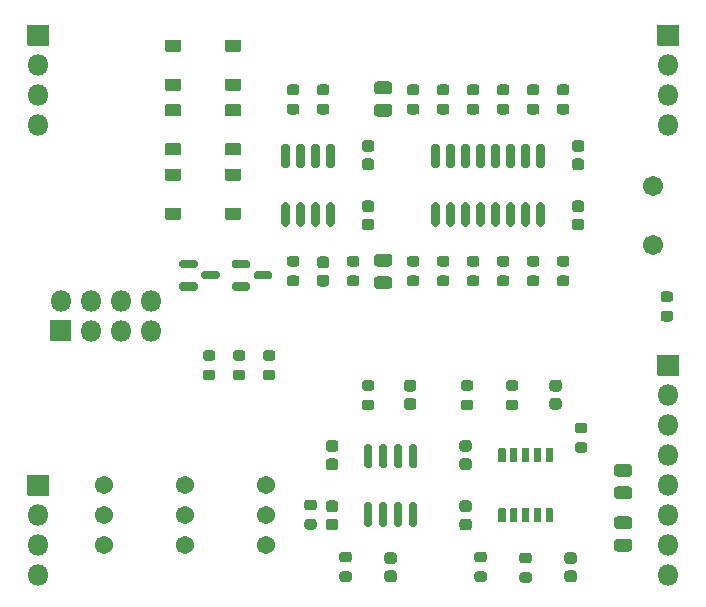
<source format=gts>
G04 #@! TF.GenerationSoftware,KiCad,Pcbnew,6.0.5+dfsg-1~bpo11+1*
G04 #@! TF.CreationDate,2022-08-08T19:40:30+00:00*
G04 #@! TF.ProjectId,late_MS20_VCF_plug_in_board,6c617465-5f4d-4533-9230-5f5643465f70,0.1*
G04 #@! TF.SameCoordinates,Original*
G04 #@! TF.FileFunction,Soldermask,Top*
G04 #@! TF.FilePolarity,Negative*
%FSLAX46Y46*%
G04 Gerber Fmt 4.6, Leading zero omitted, Abs format (unit mm)*
G04 Created by KiCad (PCBNEW 6.0.5+dfsg-1~bpo11+1) date 2022-08-08 19:40:30*
%MOMM*%
%LPD*%
G01*
G04 APERTURE LIST*
%ADD10C,1.542000*%
%ADD11C,1.702000*%
%ADD12O,1.802000X1.802000*%
G04 APERTURE END LIST*
G36*
G01*
X167490000Y-84764000D02*
X167790000Y-84764000D01*
G75*
G02*
X167991000Y-84965000I0J-201000D01*
G01*
X167991000Y-86615000D01*
G75*
G02*
X167790000Y-86816000I-201000J0D01*
G01*
X167490000Y-86816000D01*
G75*
G02*
X167289000Y-86615000I0J201000D01*
G01*
X167289000Y-84965000D01*
G75*
G02*
X167490000Y-84764000I201000J0D01*
G01*
G37*
G36*
G01*
X166220000Y-84764000D02*
X166520000Y-84764000D01*
G75*
G02*
X166721000Y-84965000I0J-201000D01*
G01*
X166721000Y-86615000D01*
G75*
G02*
X166520000Y-86816000I-201000J0D01*
G01*
X166220000Y-86816000D01*
G75*
G02*
X166019000Y-86615000I0J201000D01*
G01*
X166019000Y-84965000D01*
G75*
G02*
X166220000Y-84764000I201000J0D01*
G01*
G37*
G36*
G01*
X164950000Y-84764000D02*
X165250000Y-84764000D01*
G75*
G02*
X165451000Y-84965000I0J-201000D01*
G01*
X165451000Y-86615000D01*
G75*
G02*
X165250000Y-86816000I-201000J0D01*
G01*
X164950000Y-86816000D01*
G75*
G02*
X164749000Y-86615000I0J201000D01*
G01*
X164749000Y-84965000D01*
G75*
G02*
X164950000Y-84764000I201000J0D01*
G01*
G37*
G36*
G01*
X163680000Y-84764000D02*
X163980000Y-84764000D01*
G75*
G02*
X164181000Y-84965000I0J-201000D01*
G01*
X164181000Y-86615000D01*
G75*
G02*
X163980000Y-86816000I-201000J0D01*
G01*
X163680000Y-86816000D01*
G75*
G02*
X163479000Y-86615000I0J201000D01*
G01*
X163479000Y-84965000D01*
G75*
G02*
X163680000Y-84764000I201000J0D01*
G01*
G37*
G36*
G01*
X162410000Y-84764000D02*
X162710000Y-84764000D01*
G75*
G02*
X162911000Y-84965000I0J-201000D01*
G01*
X162911000Y-86615000D01*
G75*
G02*
X162710000Y-86816000I-201000J0D01*
G01*
X162410000Y-86816000D01*
G75*
G02*
X162209000Y-86615000I0J201000D01*
G01*
X162209000Y-84965000D01*
G75*
G02*
X162410000Y-84764000I201000J0D01*
G01*
G37*
G36*
G01*
X161140000Y-84764000D02*
X161440000Y-84764000D01*
G75*
G02*
X161641000Y-84965000I0J-201000D01*
G01*
X161641000Y-86615000D01*
G75*
G02*
X161440000Y-86816000I-201000J0D01*
G01*
X161140000Y-86816000D01*
G75*
G02*
X160939000Y-86615000I0J201000D01*
G01*
X160939000Y-84965000D01*
G75*
G02*
X161140000Y-84764000I201000J0D01*
G01*
G37*
G36*
G01*
X159870000Y-84764000D02*
X160170000Y-84764000D01*
G75*
G02*
X160371000Y-84965000I0J-201000D01*
G01*
X160371000Y-86615000D01*
G75*
G02*
X160170000Y-86816000I-201000J0D01*
G01*
X159870000Y-86816000D01*
G75*
G02*
X159669000Y-86615000I0J201000D01*
G01*
X159669000Y-84965000D01*
G75*
G02*
X159870000Y-84764000I201000J0D01*
G01*
G37*
G36*
G01*
X158600000Y-84764000D02*
X158900000Y-84764000D01*
G75*
G02*
X159101000Y-84965000I0J-201000D01*
G01*
X159101000Y-86615000D01*
G75*
G02*
X158900000Y-86816000I-201000J0D01*
G01*
X158600000Y-86816000D01*
G75*
G02*
X158399000Y-86615000I0J201000D01*
G01*
X158399000Y-84965000D01*
G75*
G02*
X158600000Y-84764000I201000J0D01*
G01*
G37*
G36*
G01*
X158600000Y-89714000D02*
X158900000Y-89714000D01*
G75*
G02*
X159101000Y-89915000I0J-201000D01*
G01*
X159101000Y-91565000D01*
G75*
G02*
X158900000Y-91766000I-201000J0D01*
G01*
X158600000Y-91766000D01*
G75*
G02*
X158399000Y-91565000I0J201000D01*
G01*
X158399000Y-89915000D01*
G75*
G02*
X158600000Y-89714000I201000J0D01*
G01*
G37*
G36*
G01*
X159870000Y-89714000D02*
X160170000Y-89714000D01*
G75*
G02*
X160371000Y-89915000I0J-201000D01*
G01*
X160371000Y-91565000D01*
G75*
G02*
X160170000Y-91766000I-201000J0D01*
G01*
X159870000Y-91766000D01*
G75*
G02*
X159669000Y-91565000I0J201000D01*
G01*
X159669000Y-89915000D01*
G75*
G02*
X159870000Y-89714000I201000J0D01*
G01*
G37*
G36*
G01*
X161140000Y-89714000D02*
X161440000Y-89714000D01*
G75*
G02*
X161641000Y-89915000I0J-201000D01*
G01*
X161641000Y-91565000D01*
G75*
G02*
X161440000Y-91766000I-201000J0D01*
G01*
X161140000Y-91766000D01*
G75*
G02*
X160939000Y-91565000I0J201000D01*
G01*
X160939000Y-89915000D01*
G75*
G02*
X161140000Y-89714000I201000J0D01*
G01*
G37*
G36*
G01*
X162410000Y-89714000D02*
X162710000Y-89714000D01*
G75*
G02*
X162911000Y-89915000I0J-201000D01*
G01*
X162911000Y-91565000D01*
G75*
G02*
X162710000Y-91766000I-201000J0D01*
G01*
X162410000Y-91766000D01*
G75*
G02*
X162209000Y-91565000I0J201000D01*
G01*
X162209000Y-89915000D01*
G75*
G02*
X162410000Y-89714000I201000J0D01*
G01*
G37*
G36*
G01*
X163680000Y-89714000D02*
X163980000Y-89714000D01*
G75*
G02*
X164181000Y-89915000I0J-201000D01*
G01*
X164181000Y-91565000D01*
G75*
G02*
X163980000Y-91766000I-201000J0D01*
G01*
X163680000Y-91766000D01*
G75*
G02*
X163479000Y-91565000I0J201000D01*
G01*
X163479000Y-89915000D01*
G75*
G02*
X163680000Y-89714000I201000J0D01*
G01*
G37*
G36*
G01*
X164950000Y-89714000D02*
X165250000Y-89714000D01*
G75*
G02*
X165451000Y-89915000I0J-201000D01*
G01*
X165451000Y-91565000D01*
G75*
G02*
X165250000Y-91766000I-201000J0D01*
G01*
X164950000Y-91766000D01*
G75*
G02*
X164749000Y-91565000I0J201000D01*
G01*
X164749000Y-89915000D01*
G75*
G02*
X164950000Y-89714000I201000J0D01*
G01*
G37*
G36*
G01*
X166220000Y-89714000D02*
X166520000Y-89714000D01*
G75*
G02*
X166721000Y-89915000I0J-201000D01*
G01*
X166721000Y-91565000D01*
G75*
G02*
X166520000Y-91766000I-201000J0D01*
G01*
X166220000Y-91766000D01*
G75*
G02*
X166019000Y-91565000I0J201000D01*
G01*
X166019000Y-89915000D01*
G75*
G02*
X166220000Y-89714000I201000J0D01*
G01*
G37*
G36*
G01*
X167490000Y-89714000D02*
X167790000Y-89714000D01*
G75*
G02*
X167991000Y-89915000I0J-201000D01*
G01*
X167991000Y-91565000D01*
G75*
G02*
X167790000Y-91766000I-201000J0D01*
G01*
X167490000Y-91766000D01*
G75*
G02*
X167289000Y-91565000I0J201000D01*
G01*
X167289000Y-89915000D01*
G75*
G02*
X167490000Y-89714000I201000J0D01*
G01*
G37*
G36*
G01*
X161040000Y-109836000D02*
X161540000Y-109836000D01*
G75*
G02*
X161816000Y-110112000I0J-276000D01*
G01*
X161816000Y-110562000D01*
G75*
G02*
X161540000Y-110838000I-276000J0D01*
G01*
X161040000Y-110838000D01*
G75*
G02*
X160764000Y-110562000I0J276000D01*
G01*
X160764000Y-110112000D01*
G75*
G02*
X161040000Y-109836000I276000J0D01*
G01*
G37*
G36*
G01*
X161040000Y-111386000D02*
X161540000Y-111386000D01*
G75*
G02*
X161816000Y-111662000I0J-276000D01*
G01*
X161816000Y-112112000D01*
G75*
G02*
X161540000Y-112388000I-276000J0D01*
G01*
X161040000Y-112388000D01*
G75*
G02*
X160764000Y-112112000I0J276000D01*
G01*
X160764000Y-111662000D01*
G75*
G02*
X161040000Y-111386000I276000J0D01*
G01*
G37*
G36*
G01*
X149475000Y-96841000D02*
X148975000Y-96841000D01*
G75*
G02*
X148699000Y-96565000I0J276000D01*
G01*
X148699000Y-96115000D01*
G75*
G02*
X148975000Y-95839000I276000J0D01*
G01*
X149475000Y-95839000D01*
G75*
G02*
X149751000Y-96115000I0J-276000D01*
G01*
X149751000Y-96565000D01*
G75*
G02*
X149475000Y-96841000I-276000J0D01*
G01*
G37*
G36*
G01*
X149475000Y-95291000D02*
X148975000Y-95291000D01*
G75*
G02*
X148699000Y-95015000I0J276000D01*
G01*
X148699000Y-94565000D01*
G75*
G02*
X148975000Y-94289000I276000J0D01*
G01*
X149475000Y-94289000D01*
G75*
G02*
X149751000Y-94565000I0J-276000D01*
G01*
X149751000Y-95015000D01*
G75*
G02*
X149475000Y-95291000I-276000J0D01*
G01*
G37*
G36*
G01*
X164740000Y-82278500D02*
X164190000Y-82278500D01*
G75*
G02*
X163939000Y-82027500I0J251000D01*
G01*
X163939000Y-81627500D01*
G75*
G02*
X164190000Y-81376500I251000J0D01*
G01*
X164740000Y-81376500D01*
G75*
G02*
X164991000Y-81627500I0J-251000D01*
G01*
X164991000Y-82027500D01*
G75*
G02*
X164740000Y-82278500I-251000J0D01*
G01*
G37*
G36*
G01*
X164740000Y-80628500D02*
X164190000Y-80628500D01*
G75*
G02*
X163939000Y-80377500I0J251000D01*
G01*
X163939000Y-79977500D01*
G75*
G02*
X164190000Y-79726500I251000J0D01*
G01*
X164740000Y-79726500D01*
G75*
G02*
X164991000Y-79977500I0J-251000D01*
G01*
X164991000Y-80377500D01*
G75*
G02*
X164740000Y-80628500I-251000J0D01*
G01*
G37*
G36*
G01*
X156695000Y-110164000D02*
X156995000Y-110164000D01*
G75*
G02*
X157196000Y-110365000I0J-201000D01*
G01*
X157196000Y-112015000D01*
G75*
G02*
X156995000Y-112216000I-201000J0D01*
G01*
X156695000Y-112216000D01*
G75*
G02*
X156494000Y-112015000I0J201000D01*
G01*
X156494000Y-110365000D01*
G75*
G02*
X156695000Y-110164000I201000J0D01*
G01*
G37*
G36*
G01*
X155425000Y-110164000D02*
X155725000Y-110164000D01*
G75*
G02*
X155926000Y-110365000I0J-201000D01*
G01*
X155926000Y-112015000D01*
G75*
G02*
X155725000Y-112216000I-201000J0D01*
G01*
X155425000Y-112216000D01*
G75*
G02*
X155224000Y-112015000I0J201000D01*
G01*
X155224000Y-110365000D01*
G75*
G02*
X155425000Y-110164000I201000J0D01*
G01*
G37*
G36*
G01*
X154155000Y-110164000D02*
X154455000Y-110164000D01*
G75*
G02*
X154656000Y-110365000I0J-201000D01*
G01*
X154656000Y-112015000D01*
G75*
G02*
X154455000Y-112216000I-201000J0D01*
G01*
X154155000Y-112216000D01*
G75*
G02*
X153954000Y-112015000I0J201000D01*
G01*
X153954000Y-110365000D01*
G75*
G02*
X154155000Y-110164000I201000J0D01*
G01*
G37*
G36*
G01*
X152885000Y-110164000D02*
X153185000Y-110164000D01*
G75*
G02*
X153386000Y-110365000I0J-201000D01*
G01*
X153386000Y-112015000D01*
G75*
G02*
X153185000Y-112216000I-201000J0D01*
G01*
X152885000Y-112216000D01*
G75*
G02*
X152684000Y-112015000I0J201000D01*
G01*
X152684000Y-110365000D01*
G75*
G02*
X152885000Y-110164000I201000J0D01*
G01*
G37*
G36*
G01*
X152885000Y-115114000D02*
X153185000Y-115114000D01*
G75*
G02*
X153386000Y-115315000I0J-201000D01*
G01*
X153386000Y-116965000D01*
G75*
G02*
X153185000Y-117166000I-201000J0D01*
G01*
X152885000Y-117166000D01*
G75*
G02*
X152684000Y-116965000I0J201000D01*
G01*
X152684000Y-115315000D01*
G75*
G02*
X152885000Y-115114000I201000J0D01*
G01*
G37*
G36*
G01*
X154155000Y-115114000D02*
X154455000Y-115114000D01*
G75*
G02*
X154656000Y-115315000I0J-201000D01*
G01*
X154656000Y-116965000D01*
G75*
G02*
X154455000Y-117166000I-201000J0D01*
G01*
X154155000Y-117166000D01*
G75*
G02*
X153954000Y-116965000I0J201000D01*
G01*
X153954000Y-115315000D01*
G75*
G02*
X154155000Y-115114000I201000J0D01*
G01*
G37*
G36*
G01*
X155425000Y-115114000D02*
X155725000Y-115114000D01*
G75*
G02*
X155926000Y-115315000I0J-201000D01*
G01*
X155926000Y-116965000D01*
G75*
G02*
X155725000Y-117166000I-201000J0D01*
G01*
X155425000Y-117166000D01*
G75*
G02*
X155224000Y-116965000I0J201000D01*
G01*
X155224000Y-115315000D01*
G75*
G02*
X155425000Y-115114000I201000J0D01*
G01*
G37*
G36*
G01*
X156695000Y-115114000D02*
X156995000Y-115114000D01*
G75*
G02*
X157196000Y-115315000I0J-201000D01*
G01*
X157196000Y-116965000D01*
G75*
G02*
X156995000Y-117166000I-201000J0D01*
G01*
X156695000Y-117166000D01*
G75*
G02*
X156494000Y-116965000I0J201000D01*
G01*
X156494000Y-115315000D01*
G75*
G02*
X156695000Y-115114000I201000J0D01*
G01*
G37*
G36*
G01*
X152785000Y-84436000D02*
X153285000Y-84436000D01*
G75*
G02*
X153561000Y-84712000I0J-276000D01*
G01*
X153561000Y-85162000D01*
G75*
G02*
X153285000Y-85438000I-276000J0D01*
G01*
X152785000Y-85438000D01*
G75*
G02*
X152509000Y-85162000I0J276000D01*
G01*
X152509000Y-84712000D01*
G75*
G02*
X152785000Y-84436000I276000J0D01*
G01*
G37*
G36*
G01*
X152785000Y-85986000D02*
X153285000Y-85986000D01*
G75*
G02*
X153561000Y-86262000I0J-276000D01*
G01*
X153561000Y-86712000D01*
G75*
G02*
X153285000Y-86988000I-276000J0D01*
G01*
X152785000Y-86988000D01*
G75*
G02*
X152509000Y-86712000I0J276000D01*
G01*
X152509000Y-86262000D01*
G75*
G02*
X152785000Y-85986000I276000J0D01*
G01*
G37*
D10*
X137541000Y-118745000D03*
X137541000Y-116205000D03*
X137541000Y-113665000D03*
G36*
G01*
X141481500Y-95085000D02*
X141481500Y-94785000D01*
G75*
G02*
X141682500Y-94584000I201000J0D01*
G01*
X142857500Y-94584000D01*
G75*
G02*
X143058500Y-94785000I0J-201000D01*
G01*
X143058500Y-95085000D01*
G75*
G02*
X142857500Y-95286000I-201000J0D01*
G01*
X141682500Y-95286000D01*
G75*
G02*
X141481500Y-95085000I0J201000D01*
G01*
G37*
G36*
G01*
X141481500Y-96985000D02*
X141481500Y-96685000D01*
G75*
G02*
X141682500Y-96484000I201000J0D01*
G01*
X142857500Y-96484000D01*
G75*
G02*
X143058500Y-96685000I0J-201000D01*
G01*
X143058500Y-96985000D01*
G75*
G02*
X142857500Y-97186000I-201000J0D01*
G01*
X141682500Y-97186000D01*
G75*
G02*
X141481500Y-96985000I0J201000D01*
G01*
G37*
G36*
G01*
X143356500Y-96035000D02*
X143356500Y-95735000D01*
G75*
G02*
X143557500Y-95534000I201000J0D01*
G01*
X144732500Y-95534000D01*
G75*
G02*
X144933500Y-95735000I0J-201000D01*
G01*
X144933500Y-96035000D01*
G75*
G02*
X144732500Y-96236000I-201000J0D01*
G01*
X143557500Y-96236000D01*
G75*
G02*
X143356500Y-96035000I0J201000D01*
G01*
G37*
G36*
G01*
X147883200Y-114878200D02*
X148433200Y-114878200D01*
G75*
G02*
X148684200Y-115129200I0J-251000D01*
G01*
X148684200Y-115529200D01*
G75*
G02*
X148433200Y-115780200I-251000J0D01*
G01*
X147883200Y-115780200D01*
G75*
G02*
X147632200Y-115529200I0J251000D01*
G01*
X147632200Y-115129200D01*
G75*
G02*
X147883200Y-114878200I251000J0D01*
G01*
G37*
G36*
G01*
X147883200Y-116528200D02*
X148433200Y-116528200D01*
G75*
G02*
X148684200Y-116779200I0J-251000D01*
G01*
X148684200Y-117179200D01*
G75*
G02*
X148433200Y-117430200I-251000J0D01*
G01*
X147883200Y-117430200D01*
G75*
G02*
X147632200Y-117179200I0J251000D01*
G01*
X147632200Y-116779200D01*
G75*
G02*
X147883200Y-116528200I251000J0D01*
G01*
G37*
G36*
G01*
X166730000Y-94251500D02*
X167280000Y-94251500D01*
G75*
G02*
X167531000Y-94502500I0J-251000D01*
G01*
X167531000Y-94902500D01*
G75*
G02*
X167280000Y-95153500I-251000J0D01*
G01*
X166730000Y-95153500D01*
G75*
G02*
X166479000Y-94902500I0J251000D01*
G01*
X166479000Y-94502500D01*
G75*
G02*
X166730000Y-94251500I251000J0D01*
G01*
G37*
G36*
G01*
X166730000Y-95901500D02*
X167280000Y-95901500D01*
G75*
G02*
X167531000Y-96152500I0J-251000D01*
G01*
X167531000Y-96552500D01*
G75*
G02*
X167280000Y-96803500I-251000J0D01*
G01*
X166730000Y-96803500D01*
G75*
G02*
X166479000Y-96552500I0J251000D01*
G01*
X166479000Y-96152500D01*
G75*
G02*
X166730000Y-95901500I251000J0D01*
G01*
G37*
G36*
G01*
X162835000Y-121846000D02*
X162285000Y-121846000D01*
G75*
G02*
X162034000Y-121595000I0J251000D01*
G01*
X162034000Y-121195000D01*
G75*
G02*
X162285000Y-120944000I251000J0D01*
G01*
X162835000Y-120944000D01*
G75*
G02*
X163086000Y-121195000I0J-251000D01*
G01*
X163086000Y-121595000D01*
G75*
G02*
X162835000Y-121846000I-251000J0D01*
G01*
G37*
G36*
G01*
X162835000Y-120196000D02*
X162285000Y-120196000D01*
G75*
G02*
X162034000Y-119945000I0J251000D01*
G01*
X162034000Y-119545000D01*
G75*
G02*
X162285000Y-119294000I251000J0D01*
G01*
X162835000Y-119294000D01*
G75*
G02*
X163086000Y-119545000I0J-251000D01*
G01*
X163086000Y-119945000D01*
G75*
G02*
X162835000Y-120196000I-251000J0D01*
G01*
G37*
G36*
G01*
X159660000Y-82278500D02*
X159110000Y-82278500D01*
G75*
G02*
X158859000Y-82027500I0J251000D01*
G01*
X158859000Y-81627500D01*
G75*
G02*
X159110000Y-81376500I251000J0D01*
G01*
X159660000Y-81376500D01*
G75*
G02*
X159911000Y-81627500I0J-251000D01*
G01*
X159911000Y-82027500D01*
G75*
G02*
X159660000Y-82278500I-251000J0D01*
G01*
G37*
G36*
G01*
X159660000Y-80628500D02*
X159110000Y-80628500D01*
G75*
G02*
X158859000Y-80377500I0J251000D01*
G01*
X158859000Y-79977500D01*
G75*
G02*
X159110000Y-79726500I251000J0D01*
G01*
X159660000Y-79726500D01*
G75*
G02*
X159911000Y-79977500I0J-251000D01*
G01*
X159911000Y-80377500D01*
G75*
G02*
X159660000Y-80628500I-251000J0D01*
G01*
G37*
G36*
G01*
X170565000Y-89542000D02*
X171065000Y-89542000D01*
G75*
G02*
X171341000Y-89818000I0J-276000D01*
G01*
X171341000Y-90268000D01*
G75*
G02*
X171065000Y-90544000I-276000J0D01*
G01*
X170565000Y-90544000D01*
G75*
G02*
X170289000Y-90268000I0J276000D01*
G01*
X170289000Y-89818000D01*
G75*
G02*
X170565000Y-89542000I276000J0D01*
G01*
G37*
G36*
G01*
X170565000Y-91092000D02*
X171065000Y-91092000D01*
G75*
G02*
X171341000Y-91368000I0J-276000D01*
G01*
X171341000Y-91818000D01*
G75*
G02*
X171065000Y-92094000I-276000J0D01*
G01*
X170565000Y-92094000D01*
G75*
G02*
X170289000Y-91818000I0J276000D01*
G01*
X170289000Y-91368000D01*
G75*
G02*
X170565000Y-91092000I276000J0D01*
G01*
G37*
G36*
G01*
X137125000Y-91176000D02*
X135925000Y-91176000D01*
G75*
G02*
X135874000Y-91125000I0J51000D01*
G01*
X135874000Y-90225000D01*
G75*
G02*
X135925000Y-90174000I51000J0D01*
G01*
X137125000Y-90174000D01*
G75*
G02*
X137176000Y-90225000I0J-51000D01*
G01*
X137176000Y-91125000D01*
G75*
G02*
X137125000Y-91176000I-51000J0D01*
G01*
G37*
G36*
G01*
X137125000Y-87876000D02*
X135925000Y-87876000D01*
G75*
G02*
X135874000Y-87825000I0J51000D01*
G01*
X135874000Y-86925000D01*
G75*
G02*
X135925000Y-86874000I51000J0D01*
G01*
X137125000Y-86874000D01*
G75*
G02*
X137176000Y-86925000I0J-51000D01*
G01*
X137176000Y-87825000D01*
G75*
G02*
X137125000Y-87876000I-51000J0D01*
G01*
G37*
G36*
G01*
X162200000Y-82278500D02*
X161650000Y-82278500D01*
G75*
G02*
X161399000Y-82027500I0J251000D01*
G01*
X161399000Y-81627500D01*
G75*
G02*
X161650000Y-81376500I251000J0D01*
G01*
X162200000Y-81376500D01*
G75*
G02*
X162451000Y-81627500I0J-251000D01*
G01*
X162451000Y-82027500D01*
G75*
G02*
X162200000Y-82278500I-251000J0D01*
G01*
G37*
G36*
G01*
X162200000Y-80628500D02*
X161650000Y-80628500D01*
G75*
G02*
X161399000Y-80377500I0J251000D01*
G01*
X161399000Y-79977500D01*
G75*
G02*
X161650000Y-79726500I251000J0D01*
G01*
X162200000Y-79726500D01*
G75*
G02*
X162451000Y-79977500I0J-251000D01*
G01*
X162451000Y-80377500D01*
G75*
G02*
X162200000Y-80628500I-251000J0D01*
G01*
G37*
G36*
G01*
X165502000Y-107321000D02*
X164952000Y-107321000D01*
G75*
G02*
X164701000Y-107070000I0J251000D01*
G01*
X164701000Y-106670000D01*
G75*
G02*
X164952000Y-106419000I251000J0D01*
G01*
X165502000Y-106419000D01*
G75*
G02*
X165753000Y-106670000I0J-251000D01*
G01*
X165753000Y-107070000D01*
G75*
G02*
X165502000Y-107321000I-251000J0D01*
G01*
G37*
G36*
G01*
X165502000Y-105671000D02*
X164952000Y-105671000D01*
G75*
G02*
X164701000Y-105420000I0J251000D01*
G01*
X164701000Y-105020000D01*
G75*
G02*
X164952000Y-104769000I251000J0D01*
G01*
X165502000Y-104769000D01*
G75*
G02*
X165753000Y-105020000I0J-251000D01*
G01*
X165753000Y-105420000D01*
G75*
G02*
X165502000Y-105671000I-251000J0D01*
G01*
G37*
G36*
G01*
X174150000Y-116289000D02*
X175100000Y-116289000D01*
G75*
G02*
X175401000Y-116590000I0J-301000D01*
G01*
X175401000Y-117090000D01*
G75*
G02*
X175100000Y-117391000I-301000J0D01*
G01*
X174150000Y-117391000D01*
G75*
G02*
X173849000Y-117090000I0J301000D01*
G01*
X173849000Y-116590000D01*
G75*
G02*
X174150000Y-116289000I301000J0D01*
G01*
G37*
G36*
G01*
X174150000Y-118189000D02*
X175100000Y-118189000D01*
G75*
G02*
X175401000Y-118490000I0J-301000D01*
G01*
X175401000Y-118990000D01*
G75*
G02*
X175100000Y-119291000I-301000J0D01*
G01*
X174150000Y-119291000D01*
G75*
G02*
X173849000Y-118990000I0J301000D01*
G01*
X173849000Y-118490000D01*
G75*
G02*
X174150000Y-118189000I301000J0D01*
G01*
G37*
G36*
G01*
X155190000Y-121883500D02*
X154690000Y-121883500D01*
G75*
G02*
X154414000Y-121607500I0J276000D01*
G01*
X154414000Y-121157500D01*
G75*
G02*
X154690000Y-120881500I276000J0D01*
G01*
X155190000Y-120881500D01*
G75*
G02*
X155466000Y-121157500I0J-276000D01*
G01*
X155466000Y-121607500D01*
G75*
G02*
X155190000Y-121883500I-276000J0D01*
G01*
G37*
G36*
G01*
X155190000Y-120333500D02*
X154690000Y-120333500D01*
G75*
G02*
X154414000Y-120057500I0J276000D01*
G01*
X154414000Y-119607500D01*
G75*
G02*
X154690000Y-119331500I276000J0D01*
G01*
X155190000Y-119331500D01*
G75*
G02*
X155466000Y-119607500I0J-276000D01*
G01*
X155466000Y-120057500D01*
G75*
G02*
X155190000Y-120333500I-276000J0D01*
G01*
G37*
G36*
G01*
X178608400Y-99802600D02*
X178058400Y-99802600D01*
G75*
G02*
X177807400Y-99551600I0J251000D01*
G01*
X177807400Y-99151600D01*
G75*
G02*
X178058400Y-98900600I251000J0D01*
G01*
X178608400Y-98900600D01*
G75*
G02*
X178859400Y-99151600I0J-251000D01*
G01*
X178859400Y-99551600D01*
G75*
G02*
X178608400Y-99802600I-251000J0D01*
G01*
G37*
G36*
G01*
X178608400Y-98152600D02*
X178058400Y-98152600D01*
G75*
G02*
X177807400Y-97901600I0J251000D01*
G01*
X177807400Y-97501600D01*
G75*
G02*
X178058400Y-97250600I251000J0D01*
G01*
X178608400Y-97250600D01*
G75*
G02*
X178859400Y-97501600I0J-251000D01*
G01*
X178859400Y-97901600D01*
G75*
G02*
X178608400Y-98152600I-251000J0D01*
G01*
G37*
G36*
G01*
X149737000Y-114942000D02*
X150237000Y-114942000D01*
G75*
G02*
X150513000Y-115218000I0J-276000D01*
G01*
X150513000Y-115668000D01*
G75*
G02*
X150237000Y-115944000I-276000J0D01*
G01*
X149737000Y-115944000D01*
G75*
G02*
X149461000Y-115668000I0J276000D01*
G01*
X149461000Y-115218000D01*
G75*
G02*
X149737000Y-114942000I276000J0D01*
G01*
G37*
G36*
G01*
X149737000Y-116492000D02*
X150237000Y-116492000D01*
G75*
G02*
X150513000Y-116768000I0J-276000D01*
G01*
X150513000Y-117218000D01*
G75*
G02*
X150237000Y-117494000I-276000J0D01*
G01*
X149737000Y-117494000D01*
G75*
G02*
X149461000Y-117218000I0J276000D01*
G01*
X149461000Y-116768000D01*
G75*
G02*
X149737000Y-116492000I276000J0D01*
G01*
G37*
G36*
G01*
X169930000Y-119331500D02*
X170430000Y-119331500D01*
G75*
G02*
X170706000Y-119607500I0J-276000D01*
G01*
X170706000Y-120057500D01*
G75*
G02*
X170430000Y-120333500I-276000J0D01*
G01*
X169930000Y-120333500D01*
G75*
G02*
X169654000Y-120057500I0J276000D01*
G01*
X169654000Y-119607500D01*
G75*
G02*
X169930000Y-119331500I276000J0D01*
G01*
G37*
G36*
G01*
X169930000Y-120881500D02*
X170430000Y-120881500D01*
G75*
G02*
X170706000Y-121157500I0J-276000D01*
G01*
X170706000Y-121607500D01*
G75*
G02*
X170430000Y-121883500I-276000J0D01*
G01*
X169930000Y-121883500D01*
G75*
G02*
X169654000Y-121607500I0J276000D01*
G01*
X169654000Y-121157500D01*
G75*
G02*
X169930000Y-120881500I276000J0D01*
G01*
G37*
G36*
G01*
X161040000Y-114942000D02*
X161540000Y-114942000D01*
G75*
G02*
X161816000Y-115218000I0J-276000D01*
G01*
X161816000Y-115668000D01*
G75*
G02*
X161540000Y-115944000I-276000J0D01*
G01*
X161040000Y-115944000D01*
G75*
G02*
X160764000Y-115668000I0J276000D01*
G01*
X160764000Y-115218000D01*
G75*
G02*
X161040000Y-114942000I276000J0D01*
G01*
G37*
G36*
G01*
X161040000Y-116492000D02*
X161540000Y-116492000D01*
G75*
G02*
X161816000Y-116768000I0J-276000D01*
G01*
X161816000Y-117218000D01*
G75*
G02*
X161540000Y-117494000I-276000J0D01*
G01*
X161040000Y-117494000D01*
G75*
G02*
X160764000Y-117218000I0J276000D01*
G01*
X160764000Y-116768000D01*
G75*
G02*
X161040000Y-116492000I276000J0D01*
G01*
G37*
X130683000Y-118745000D03*
X130683000Y-116205000D03*
X130683000Y-113665000D03*
G36*
G01*
X148950000Y-79726500D02*
X149500000Y-79726500D01*
G75*
G02*
X149751000Y-79977500I0J-251000D01*
G01*
X149751000Y-80377500D01*
G75*
G02*
X149500000Y-80628500I-251000J0D01*
G01*
X148950000Y-80628500D01*
G75*
G02*
X148699000Y-80377500I0J251000D01*
G01*
X148699000Y-79977500D01*
G75*
G02*
X148950000Y-79726500I251000J0D01*
G01*
G37*
G36*
G01*
X148950000Y-81376500D02*
X149500000Y-81376500D01*
G75*
G02*
X149751000Y-81627500I0J-251000D01*
G01*
X149751000Y-82027500D01*
G75*
G02*
X149500000Y-82278500I-251000J0D01*
G01*
X148950000Y-82278500D01*
G75*
G02*
X148699000Y-82027500I0J251000D01*
G01*
X148699000Y-81627500D01*
G75*
G02*
X148950000Y-81376500I251000J0D01*
G01*
G37*
G36*
G01*
X151490000Y-94251500D02*
X152040000Y-94251500D01*
G75*
G02*
X152291000Y-94502500I0J-251000D01*
G01*
X152291000Y-94902500D01*
G75*
G02*
X152040000Y-95153500I-251000J0D01*
G01*
X151490000Y-95153500D01*
G75*
G02*
X151239000Y-94902500I0J251000D01*
G01*
X151239000Y-94502500D01*
G75*
G02*
X151490000Y-94251500I251000J0D01*
G01*
G37*
G36*
G01*
X151490000Y-95901500D02*
X152040000Y-95901500D01*
G75*
G02*
X152291000Y-96152500I0J-251000D01*
G01*
X152291000Y-96552500D01*
G75*
G02*
X152040000Y-96803500I-251000J0D01*
G01*
X151490000Y-96803500D01*
G75*
G02*
X151239000Y-96552500I0J251000D01*
G01*
X151239000Y-96152500D01*
G75*
G02*
X151490000Y-95901500I251000J0D01*
G01*
G37*
G36*
G01*
X149737000Y-109849000D02*
X150237000Y-109849000D01*
G75*
G02*
X150513000Y-110125000I0J-276000D01*
G01*
X150513000Y-110575000D01*
G75*
G02*
X150237000Y-110851000I-276000J0D01*
G01*
X149737000Y-110851000D01*
G75*
G02*
X149461000Y-110575000I0J276000D01*
G01*
X149461000Y-110125000D01*
G75*
G02*
X149737000Y-109849000I276000J0D01*
G01*
G37*
G36*
G01*
X149737000Y-111399000D02*
X150237000Y-111399000D01*
G75*
G02*
X150513000Y-111675000I0J-276000D01*
G01*
X150513000Y-112125000D01*
G75*
G02*
X150237000Y-112401000I-276000J0D01*
G01*
X149737000Y-112401000D01*
G75*
G02*
X149461000Y-112125000I0J276000D01*
G01*
X149461000Y-111675000D01*
G75*
G02*
X149737000Y-111399000I276000J0D01*
G01*
G37*
G36*
G01*
X154780000Y-82466000D02*
X153830000Y-82466000D01*
G75*
G02*
X153529000Y-82165000I0J301000D01*
G01*
X153529000Y-81665000D01*
G75*
G02*
X153830000Y-81364000I301000J0D01*
G01*
X154780000Y-81364000D01*
G75*
G02*
X155081000Y-81665000I0J-301000D01*
G01*
X155081000Y-82165000D01*
G75*
G02*
X154780000Y-82466000I-301000J0D01*
G01*
G37*
G36*
G01*
X154780000Y-80566000D02*
X153830000Y-80566000D01*
G75*
G02*
X153529000Y-80265000I0J301000D01*
G01*
X153529000Y-79765000D01*
G75*
G02*
X153830000Y-79464000I301000J0D01*
G01*
X154780000Y-79464000D01*
G75*
G02*
X155081000Y-79765000I0J-301000D01*
G01*
X155081000Y-80265000D01*
G75*
G02*
X154780000Y-80566000I-301000J0D01*
G01*
G37*
D11*
X177165000Y-88345000D03*
X177165000Y-93345000D03*
G36*
G01*
X146960000Y-82278500D02*
X146410000Y-82278500D01*
G75*
G02*
X146159000Y-82027500I0J251000D01*
G01*
X146159000Y-81627500D01*
G75*
G02*
X146410000Y-81376500I251000J0D01*
G01*
X146960000Y-81376500D01*
G75*
G02*
X147211000Y-81627500I0J-251000D01*
G01*
X147211000Y-82027500D01*
G75*
G02*
X146960000Y-82278500I-251000J0D01*
G01*
G37*
G36*
G01*
X146960000Y-80628500D02*
X146410000Y-80628500D01*
G75*
G02*
X146159000Y-80377500I0J251000D01*
G01*
X146159000Y-79977500D01*
G75*
G02*
X146410000Y-79726500I251000J0D01*
G01*
X146960000Y-79726500D01*
G75*
G02*
X147211000Y-79977500I0J-251000D01*
G01*
X147211000Y-80377500D01*
G75*
G02*
X146960000Y-80628500I-251000J0D01*
G01*
G37*
G36*
G01*
X149710000Y-84764000D02*
X150010000Y-84764000D01*
G75*
G02*
X150211000Y-84965000I0J-201000D01*
G01*
X150211000Y-86615000D01*
G75*
G02*
X150010000Y-86816000I-201000J0D01*
G01*
X149710000Y-86816000D01*
G75*
G02*
X149509000Y-86615000I0J201000D01*
G01*
X149509000Y-84965000D01*
G75*
G02*
X149710000Y-84764000I201000J0D01*
G01*
G37*
G36*
G01*
X148440000Y-84764000D02*
X148740000Y-84764000D01*
G75*
G02*
X148941000Y-84965000I0J-201000D01*
G01*
X148941000Y-86615000D01*
G75*
G02*
X148740000Y-86816000I-201000J0D01*
G01*
X148440000Y-86816000D01*
G75*
G02*
X148239000Y-86615000I0J201000D01*
G01*
X148239000Y-84965000D01*
G75*
G02*
X148440000Y-84764000I201000J0D01*
G01*
G37*
G36*
G01*
X147170000Y-84764000D02*
X147470000Y-84764000D01*
G75*
G02*
X147671000Y-84965000I0J-201000D01*
G01*
X147671000Y-86615000D01*
G75*
G02*
X147470000Y-86816000I-201000J0D01*
G01*
X147170000Y-86816000D01*
G75*
G02*
X146969000Y-86615000I0J201000D01*
G01*
X146969000Y-84965000D01*
G75*
G02*
X147170000Y-84764000I201000J0D01*
G01*
G37*
G36*
G01*
X145900000Y-84764000D02*
X146200000Y-84764000D01*
G75*
G02*
X146401000Y-84965000I0J-201000D01*
G01*
X146401000Y-86615000D01*
G75*
G02*
X146200000Y-86816000I-201000J0D01*
G01*
X145900000Y-86816000D01*
G75*
G02*
X145699000Y-86615000I0J201000D01*
G01*
X145699000Y-84965000D01*
G75*
G02*
X145900000Y-84764000I201000J0D01*
G01*
G37*
G36*
G01*
X145900000Y-89714000D02*
X146200000Y-89714000D01*
G75*
G02*
X146401000Y-89915000I0J-201000D01*
G01*
X146401000Y-91565000D01*
G75*
G02*
X146200000Y-91766000I-201000J0D01*
G01*
X145900000Y-91766000D01*
G75*
G02*
X145699000Y-91565000I0J201000D01*
G01*
X145699000Y-89915000D01*
G75*
G02*
X145900000Y-89714000I201000J0D01*
G01*
G37*
G36*
G01*
X147170000Y-89714000D02*
X147470000Y-89714000D01*
G75*
G02*
X147671000Y-89915000I0J-201000D01*
G01*
X147671000Y-91565000D01*
G75*
G02*
X147470000Y-91766000I-201000J0D01*
G01*
X147170000Y-91766000D01*
G75*
G02*
X146969000Y-91565000I0J201000D01*
G01*
X146969000Y-89915000D01*
G75*
G02*
X147170000Y-89714000I201000J0D01*
G01*
G37*
G36*
G01*
X148440000Y-89714000D02*
X148740000Y-89714000D01*
G75*
G02*
X148941000Y-89915000I0J-201000D01*
G01*
X148941000Y-91565000D01*
G75*
G02*
X148740000Y-91766000I-201000J0D01*
G01*
X148440000Y-91766000D01*
G75*
G02*
X148239000Y-91565000I0J201000D01*
G01*
X148239000Y-89915000D01*
G75*
G02*
X148440000Y-89714000I201000J0D01*
G01*
G37*
G36*
G01*
X149710000Y-89714000D02*
X150010000Y-89714000D01*
G75*
G02*
X150211000Y-89915000I0J-201000D01*
G01*
X150211000Y-91565000D01*
G75*
G02*
X150010000Y-91766000I-201000J0D01*
G01*
X149710000Y-91766000D01*
G75*
G02*
X149509000Y-91565000I0J201000D01*
G01*
X149509000Y-89915000D01*
G75*
G02*
X149710000Y-89714000I201000J0D01*
G01*
G37*
G36*
G01*
X139298000Y-102229000D02*
X139848000Y-102229000D01*
G75*
G02*
X140099000Y-102480000I0J-251000D01*
G01*
X140099000Y-102880000D01*
G75*
G02*
X139848000Y-103131000I-251000J0D01*
G01*
X139298000Y-103131000D01*
G75*
G02*
X139047000Y-102880000I0J251000D01*
G01*
X139047000Y-102480000D01*
G75*
G02*
X139298000Y-102229000I251000J0D01*
G01*
G37*
G36*
G01*
X139298000Y-103879000D02*
X139848000Y-103879000D01*
G75*
G02*
X140099000Y-104130000I0J-251000D01*
G01*
X140099000Y-104530000D01*
G75*
G02*
X139848000Y-104781000I-251000J0D01*
G01*
X139298000Y-104781000D01*
G75*
G02*
X139047000Y-104530000I0J251000D01*
G01*
X139047000Y-104130000D01*
G75*
G02*
X139298000Y-103879000I251000J0D01*
G01*
G37*
G36*
G01*
X174150000Y-111849000D02*
X175100000Y-111849000D01*
G75*
G02*
X175401000Y-112150000I0J-301000D01*
G01*
X175401000Y-112650000D01*
G75*
G02*
X175100000Y-112951000I-301000J0D01*
G01*
X174150000Y-112951000D01*
G75*
G02*
X173849000Y-112650000I0J301000D01*
G01*
X173849000Y-112150000D01*
G75*
G02*
X174150000Y-111849000I301000J0D01*
G01*
G37*
G36*
G01*
X174150000Y-113749000D02*
X175100000Y-113749000D01*
G75*
G02*
X175401000Y-114050000I0J-301000D01*
G01*
X175401000Y-114550000D01*
G75*
G02*
X175100000Y-114851000I-301000J0D01*
G01*
X174150000Y-114851000D01*
G75*
G02*
X173849000Y-114550000I0J301000D01*
G01*
X173849000Y-114050000D01*
G75*
G02*
X174150000Y-113749000I301000J0D01*
G01*
G37*
G36*
G01*
X127850000Y-101485000D02*
X126150000Y-101485000D01*
G75*
G02*
X126099000Y-101434000I0J51000D01*
G01*
X126099000Y-99734000D01*
G75*
G02*
X126150000Y-99683000I51000J0D01*
G01*
X127850000Y-99683000D01*
G75*
G02*
X127901000Y-99734000I0J-51000D01*
G01*
X127901000Y-101434000D01*
G75*
G02*
X127850000Y-101485000I-51000J0D01*
G01*
G37*
D12*
X127000000Y-98044000D03*
X129540000Y-100584000D03*
X129540000Y-98044000D03*
X132080000Y-100584000D03*
X132080000Y-98044000D03*
X134620000Y-100584000D03*
X134620000Y-98044000D03*
G36*
G01*
X137036500Y-95085000D02*
X137036500Y-94785000D01*
G75*
G02*
X137237500Y-94584000I201000J0D01*
G01*
X138412500Y-94584000D01*
G75*
G02*
X138613500Y-94785000I0J-201000D01*
G01*
X138613500Y-95085000D01*
G75*
G02*
X138412500Y-95286000I-201000J0D01*
G01*
X137237500Y-95286000D01*
G75*
G02*
X137036500Y-95085000I0J201000D01*
G01*
G37*
G36*
G01*
X137036500Y-96985000D02*
X137036500Y-96685000D01*
G75*
G02*
X137237500Y-96484000I201000J0D01*
G01*
X138412500Y-96484000D01*
G75*
G02*
X138613500Y-96685000I0J-201000D01*
G01*
X138613500Y-96985000D01*
G75*
G02*
X138412500Y-97186000I-201000J0D01*
G01*
X137237500Y-97186000D01*
G75*
G02*
X137036500Y-96985000I0J201000D01*
G01*
G37*
G36*
G01*
X138911500Y-96035000D02*
X138911500Y-95735000D01*
G75*
G02*
X139112500Y-95534000I201000J0D01*
G01*
X140287500Y-95534000D01*
G75*
G02*
X140488500Y-95735000I0J-201000D01*
G01*
X140488500Y-96035000D01*
G75*
G02*
X140287500Y-96236000I-201000J0D01*
G01*
X139112500Y-96236000D01*
G75*
G02*
X138911500Y-96035000I0J201000D01*
G01*
G37*
G36*
G01*
X150855000Y-119294000D02*
X151405000Y-119294000D01*
G75*
G02*
X151656000Y-119545000I0J-251000D01*
G01*
X151656000Y-119945000D01*
G75*
G02*
X151405000Y-120196000I-251000J0D01*
G01*
X150855000Y-120196000D01*
G75*
G02*
X150604000Y-119945000I0J251000D01*
G01*
X150604000Y-119545000D01*
G75*
G02*
X150855000Y-119294000I251000J0D01*
G01*
G37*
G36*
G01*
X150855000Y-120944000D02*
X151405000Y-120944000D01*
G75*
G02*
X151656000Y-121195000I0J-251000D01*
G01*
X151656000Y-121595000D01*
G75*
G02*
X151405000Y-121846000I-251000J0D01*
G01*
X150855000Y-121846000D01*
G75*
G02*
X150604000Y-121595000I0J251000D01*
G01*
X150604000Y-121195000D01*
G75*
G02*
X150855000Y-120944000I251000J0D01*
G01*
G37*
G36*
G01*
X153830000Y-94064000D02*
X154780000Y-94064000D01*
G75*
G02*
X155081000Y-94365000I0J-301000D01*
G01*
X155081000Y-94865000D01*
G75*
G02*
X154780000Y-95166000I-301000J0D01*
G01*
X153830000Y-95166000D01*
G75*
G02*
X153529000Y-94865000I0J301000D01*
G01*
X153529000Y-94365000D01*
G75*
G02*
X153830000Y-94064000I301000J0D01*
G01*
G37*
G36*
G01*
X153830000Y-95964000D02*
X154780000Y-95964000D01*
G75*
G02*
X155081000Y-96265000I0J-301000D01*
G01*
X155081000Y-96765000D01*
G75*
G02*
X154780000Y-97066000I-301000J0D01*
G01*
X153830000Y-97066000D01*
G75*
G02*
X153529000Y-96765000I0J301000D01*
G01*
X153529000Y-96265000D01*
G75*
G02*
X153830000Y-95964000I301000J0D01*
G01*
G37*
D10*
X144399000Y-118745000D03*
X144399000Y-116205000D03*
X144399000Y-113665000D03*
G36*
G01*
X137125000Y-80256000D02*
X135925000Y-80256000D01*
G75*
G02*
X135874000Y-80205000I0J51000D01*
G01*
X135874000Y-79305000D01*
G75*
G02*
X135925000Y-79254000I51000J0D01*
G01*
X137125000Y-79254000D01*
G75*
G02*
X137176000Y-79305000I0J-51000D01*
G01*
X137176000Y-80205000D01*
G75*
G02*
X137125000Y-80256000I-51000J0D01*
G01*
G37*
G36*
G01*
X137125000Y-76956000D02*
X135925000Y-76956000D01*
G75*
G02*
X135874000Y-76905000I0J51000D01*
G01*
X135874000Y-76005000D01*
G75*
G02*
X135925000Y-75954000I51000J0D01*
G01*
X137125000Y-75954000D01*
G75*
G02*
X137176000Y-76005000I0J-51000D01*
G01*
X137176000Y-76905000D01*
G75*
G02*
X137125000Y-76956000I-51000J0D01*
G01*
G37*
G36*
G01*
X169820000Y-96803500D02*
X169270000Y-96803500D01*
G75*
G02*
X169019000Y-96552500I0J251000D01*
G01*
X169019000Y-96152500D01*
G75*
G02*
X169270000Y-95901500I251000J0D01*
G01*
X169820000Y-95901500D01*
G75*
G02*
X170071000Y-96152500I0J-251000D01*
G01*
X170071000Y-96552500D01*
G75*
G02*
X169820000Y-96803500I-251000J0D01*
G01*
G37*
G36*
G01*
X169820000Y-95153500D02*
X169270000Y-95153500D01*
G75*
G02*
X169019000Y-94902500I0J251000D01*
G01*
X169019000Y-94502500D01*
G75*
G02*
X169270000Y-94251500I251000J0D01*
G01*
X169820000Y-94251500D01*
G75*
G02*
X170071000Y-94502500I0J-251000D01*
G01*
X170071000Y-94902500D01*
G75*
G02*
X169820000Y-95153500I-251000J0D01*
G01*
G37*
G36*
G01*
X161650000Y-94251500D02*
X162200000Y-94251500D01*
G75*
G02*
X162451000Y-94502500I0J-251000D01*
G01*
X162451000Y-94902500D01*
G75*
G02*
X162200000Y-95153500I-251000J0D01*
G01*
X161650000Y-95153500D01*
G75*
G02*
X161399000Y-94902500I0J251000D01*
G01*
X161399000Y-94502500D01*
G75*
G02*
X161650000Y-94251500I251000J0D01*
G01*
G37*
G36*
G01*
X161650000Y-95901500D02*
X162200000Y-95901500D01*
G75*
G02*
X162451000Y-96152500I0J-251000D01*
G01*
X162451000Y-96552500D01*
G75*
G02*
X162200000Y-96803500I-251000J0D01*
G01*
X161650000Y-96803500D01*
G75*
G02*
X161399000Y-96552500I0J251000D01*
G01*
X161399000Y-96152500D01*
G75*
G02*
X161650000Y-95901500I251000J0D01*
G01*
G37*
G36*
G01*
X141005000Y-75954000D02*
X142205000Y-75954000D01*
G75*
G02*
X142256000Y-76005000I0J-51000D01*
G01*
X142256000Y-76905000D01*
G75*
G02*
X142205000Y-76956000I-51000J0D01*
G01*
X141005000Y-76956000D01*
G75*
G02*
X140954000Y-76905000I0J51000D01*
G01*
X140954000Y-76005000D01*
G75*
G02*
X141005000Y-75954000I51000J0D01*
G01*
G37*
G36*
G01*
X141005000Y-79254000D02*
X142205000Y-79254000D01*
G75*
G02*
X142256000Y-79305000I0J-51000D01*
G01*
X142256000Y-80205000D01*
G75*
G02*
X142205000Y-80256000I-51000J0D01*
G01*
X141005000Y-80256000D01*
G75*
G02*
X140954000Y-80205000I0J51000D01*
G01*
X140954000Y-79305000D01*
G75*
G02*
X141005000Y-79254000I51000J0D01*
G01*
G37*
G36*
G01*
X141838000Y-102229000D02*
X142388000Y-102229000D01*
G75*
G02*
X142639000Y-102480000I0J-251000D01*
G01*
X142639000Y-102880000D01*
G75*
G02*
X142388000Y-103131000I-251000J0D01*
G01*
X141838000Y-103131000D01*
G75*
G02*
X141587000Y-102880000I0J251000D01*
G01*
X141587000Y-102480000D01*
G75*
G02*
X141838000Y-102229000I251000J0D01*
G01*
G37*
G36*
G01*
X141838000Y-103879000D02*
X142388000Y-103879000D01*
G75*
G02*
X142639000Y-104130000I0J-251000D01*
G01*
X142639000Y-104530000D01*
G75*
G02*
X142388000Y-104781000I-251000J0D01*
G01*
X141838000Y-104781000D01*
G75*
G02*
X141587000Y-104530000I0J251000D01*
G01*
X141587000Y-104130000D01*
G75*
G02*
X141838000Y-103879000I251000J0D01*
G01*
G37*
G36*
G01*
X164190000Y-94251500D02*
X164740000Y-94251500D01*
G75*
G02*
X164991000Y-94502500I0J-251000D01*
G01*
X164991000Y-94902500D01*
G75*
G02*
X164740000Y-95153500I-251000J0D01*
G01*
X164190000Y-95153500D01*
G75*
G02*
X163939000Y-94902500I0J251000D01*
G01*
X163939000Y-94502500D01*
G75*
G02*
X164190000Y-94251500I251000J0D01*
G01*
G37*
G36*
G01*
X164190000Y-95901500D02*
X164740000Y-95901500D01*
G75*
G02*
X164991000Y-96152500I0J-251000D01*
G01*
X164991000Y-96552500D01*
G75*
G02*
X164740000Y-96803500I-251000J0D01*
G01*
X164190000Y-96803500D01*
G75*
G02*
X163939000Y-96552500I0J251000D01*
G01*
X163939000Y-96152500D01*
G75*
G02*
X164190000Y-95901500I251000J0D01*
G01*
G37*
G36*
G01*
X152760000Y-104769000D02*
X153310000Y-104769000D01*
G75*
G02*
X153561000Y-105020000I0J-251000D01*
G01*
X153561000Y-105420000D01*
G75*
G02*
X153310000Y-105671000I-251000J0D01*
G01*
X152760000Y-105671000D01*
G75*
G02*
X152509000Y-105420000I0J251000D01*
G01*
X152509000Y-105020000D01*
G75*
G02*
X152760000Y-104769000I251000J0D01*
G01*
G37*
G36*
G01*
X152760000Y-106419000D02*
X153310000Y-106419000D01*
G75*
G02*
X153561000Y-106670000I0J-251000D01*
G01*
X153561000Y-107070000D01*
G75*
G02*
X153310000Y-107321000I-251000J0D01*
G01*
X152760000Y-107321000D01*
G75*
G02*
X152509000Y-107070000I0J251000D01*
G01*
X152509000Y-106670000D01*
G75*
G02*
X152760000Y-106419000I251000J0D01*
G01*
G37*
G36*
G01*
X159110000Y-94251500D02*
X159660000Y-94251500D01*
G75*
G02*
X159911000Y-94502500I0J-251000D01*
G01*
X159911000Y-94902500D01*
G75*
G02*
X159660000Y-95153500I-251000J0D01*
G01*
X159110000Y-95153500D01*
G75*
G02*
X158859000Y-94902500I0J251000D01*
G01*
X158859000Y-94502500D01*
G75*
G02*
X159110000Y-94251500I251000J0D01*
G01*
G37*
G36*
G01*
X159110000Y-95901500D02*
X159660000Y-95901500D01*
G75*
G02*
X159911000Y-96152500I0J-251000D01*
G01*
X159911000Y-96552500D01*
G75*
G02*
X159660000Y-96803500I-251000J0D01*
G01*
X159110000Y-96803500D01*
G75*
G02*
X158859000Y-96552500I0J251000D01*
G01*
X158859000Y-96152500D01*
G75*
G02*
X159110000Y-95901500I251000J0D01*
G01*
G37*
G36*
G01*
X169270000Y-79726500D02*
X169820000Y-79726500D01*
G75*
G02*
X170071000Y-79977500I0J-251000D01*
G01*
X170071000Y-80377500D01*
G75*
G02*
X169820000Y-80628500I-251000J0D01*
G01*
X169270000Y-80628500D01*
G75*
G02*
X169019000Y-80377500I0J251000D01*
G01*
X169019000Y-79977500D01*
G75*
G02*
X169270000Y-79726500I251000J0D01*
G01*
G37*
G36*
G01*
X169270000Y-81376500D02*
X169820000Y-81376500D01*
G75*
G02*
X170071000Y-81627500I0J-251000D01*
G01*
X170071000Y-82027500D01*
G75*
G02*
X169820000Y-82278500I-251000J0D01*
G01*
X169270000Y-82278500D01*
G75*
G02*
X169019000Y-82027500I0J251000D01*
G01*
X169019000Y-81627500D01*
G75*
G02*
X169270000Y-81376500I251000J0D01*
G01*
G37*
G36*
G01*
X167280000Y-82278500D02*
X166730000Y-82278500D01*
G75*
G02*
X166479000Y-82027500I0J251000D01*
G01*
X166479000Y-81627500D01*
G75*
G02*
X166730000Y-81376500I251000J0D01*
G01*
X167280000Y-81376500D01*
G75*
G02*
X167531000Y-81627500I0J-251000D01*
G01*
X167531000Y-82027500D01*
G75*
G02*
X167280000Y-82278500I-251000J0D01*
G01*
G37*
G36*
G01*
X167280000Y-80628500D02*
X166730000Y-80628500D01*
G75*
G02*
X166479000Y-80377500I0J251000D01*
G01*
X166479000Y-79977500D01*
G75*
G02*
X166730000Y-79726500I251000J0D01*
G01*
X167280000Y-79726500D01*
G75*
G02*
X167531000Y-79977500I0J-251000D01*
G01*
X167531000Y-80377500D01*
G75*
G02*
X167280000Y-80628500I-251000J0D01*
G01*
G37*
G36*
G01*
X161692000Y-107321000D02*
X161142000Y-107321000D01*
G75*
G02*
X160891000Y-107070000I0J251000D01*
G01*
X160891000Y-106670000D01*
G75*
G02*
X161142000Y-106419000I251000J0D01*
G01*
X161692000Y-106419000D01*
G75*
G02*
X161943000Y-106670000I0J-251000D01*
G01*
X161943000Y-107070000D01*
G75*
G02*
X161692000Y-107321000I-251000J0D01*
G01*
G37*
G36*
G01*
X161692000Y-105671000D02*
X161142000Y-105671000D01*
G75*
G02*
X160891000Y-105420000I0J251000D01*
G01*
X160891000Y-105020000D01*
G75*
G02*
X161142000Y-104769000I251000J0D01*
G01*
X161692000Y-104769000D01*
G75*
G02*
X161943000Y-105020000I0J-251000D01*
G01*
X161943000Y-105420000D01*
G75*
G02*
X161692000Y-105671000I-251000J0D01*
G01*
G37*
G36*
G01*
X169160000Y-107278500D02*
X168660000Y-107278500D01*
G75*
G02*
X168384000Y-107002500I0J276000D01*
G01*
X168384000Y-106552500D01*
G75*
G02*
X168660000Y-106276500I276000J0D01*
G01*
X169160000Y-106276500D01*
G75*
G02*
X169436000Y-106552500I0J-276000D01*
G01*
X169436000Y-107002500D01*
G75*
G02*
X169160000Y-107278500I-276000J0D01*
G01*
G37*
G36*
G01*
X169160000Y-105728500D02*
X168660000Y-105728500D01*
G75*
G02*
X168384000Y-105452500I0J276000D01*
G01*
X168384000Y-105002500D01*
G75*
G02*
X168660000Y-104726500I276000J0D01*
G01*
X169160000Y-104726500D01*
G75*
G02*
X169436000Y-105002500I0J-276000D01*
G01*
X169436000Y-105452500D01*
G75*
G02*
X169160000Y-105728500I-276000J0D01*
G01*
G37*
G36*
G01*
X144928000Y-104781000D02*
X144378000Y-104781000D01*
G75*
G02*
X144127000Y-104530000I0J251000D01*
G01*
X144127000Y-104130000D01*
G75*
G02*
X144378000Y-103879000I251000J0D01*
G01*
X144928000Y-103879000D01*
G75*
G02*
X145179000Y-104130000I0J-251000D01*
G01*
X145179000Y-104530000D01*
G75*
G02*
X144928000Y-104781000I-251000J0D01*
G01*
G37*
G36*
G01*
X144928000Y-103131000D02*
X144378000Y-103131000D01*
G75*
G02*
X144127000Y-102880000I0J251000D01*
G01*
X144127000Y-102480000D01*
G75*
G02*
X144378000Y-102229000I251000J0D01*
G01*
X144928000Y-102229000D01*
G75*
G02*
X145179000Y-102480000I0J-251000D01*
G01*
X145179000Y-102880000D01*
G75*
G02*
X144928000Y-103131000I-251000J0D01*
G01*
G37*
G36*
G01*
X141005000Y-86874000D02*
X142205000Y-86874000D01*
G75*
G02*
X142256000Y-86925000I0J-51000D01*
G01*
X142256000Y-87825000D01*
G75*
G02*
X142205000Y-87876000I-51000J0D01*
G01*
X141005000Y-87876000D01*
G75*
G02*
X140954000Y-87825000I0J51000D01*
G01*
X140954000Y-86925000D01*
G75*
G02*
X141005000Y-86874000I51000J0D01*
G01*
G37*
G36*
G01*
X141005000Y-90174000D02*
X142205000Y-90174000D01*
G75*
G02*
X142256000Y-90225000I0J-51000D01*
G01*
X142256000Y-91125000D01*
G75*
G02*
X142205000Y-91176000I-51000J0D01*
G01*
X141005000Y-91176000D01*
G75*
G02*
X140954000Y-91125000I0J51000D01*
G01*
X140954000Y-90225000D01*
G75*
G02*
X141005000Y-90174000I51000J0D01*
G01*
G37*
G36*
G01*
X141005000Y-81414000D02*
X142205000Y-81414000D01*
G75*
G02*
X142256000Y-81465000I0J-51000D01*
G01*
X142256000Y-82365000D01*
G75*
G02*
X142205000Y-82416000I-51000J0D01*
G01*
X141005000Y-82416000D01*
G75*
G02*
X140954000Y-82365000I0J51000D01*
G01*
X140954000Y-81465000D01*
G75*
G02*
X141005000Y-81414000I51000J0D01*
G01*
G37*
G36*
G01*
X141005000Y-84714000D02*
X142205000Y-84714000D01*
G75*
G02*
X142256000Y-84765000I0J-51000D01*
G01*
X142256000Y-85665000D01*
G75*
G02*
X142205000Y-85716000I-51000J0D01*
G01*
X141005000Y-85716000D01*
G75*
G02*
X140954000Y-85665000I0J51000D01*
G01*
X140954000Y-84765000D01*
G75*
G02*
X141005000Y-84714000I51000J0D01*
G01*
G37*
G36*
G01*
X152785000Y-89542000D02*
X153285000Y-89542000D01*
G75*
G02*
X153561000Y-89818000I0J-276000D01*
G01*
X153561000Y-90268000D01*
G75*
G02*
X153285000Y-90544000I-276000J0D01*
G01*
X152785000Y-90544000D01*
G75*
G02*
X152509000Y-90268000I0J276000D01*
G01*
X152509000Y-89818000D01*
G75*
G02*
X152785000Y-89542000I276000J0D01*
G01*
G37*
G36*
G01*
X152785000Y-91092000D02*
X153285000Y-91092000D01*
G75*
G02*
X153561000Y-91368000I0J-276000D01*
G01*
X153561000Y-91818000D01*
G75*
G02*
X153285000Y-92094000I-276000J0D01*
G01*
X152785000Y-92094000D01*
G75*
G02*
X152509000Y-91818000I0J276000D01*
G01*
X152509000Y-91368000D01*
G75*
G02*
X152785000Y-91092000I276000J0D01*
G01*
G37*
G36*
G01*
X166095000Y-119374000D02*
X166645000Y-119374000D01*
G75*
G02*
X166896000Y-119625000I0J-251000D01*
G01*
X166896000Y-120025000D01*
G75*
G02*
X166645000Y-120276000I-251000J0D01*
G01*
X166095000Y-120276000D01*
G75*
G02*
X165844000Y-120025000I0J251000D01*
G01*
X165844000Y-119625000D01*
G75*
G02*
X166095000Y-119374000I251000J0D01*
G01*
G37*
G36*
G01*
X166095000Y-121024000D02*
X166645000Y-121024000D01*
G75*
G02*
X166896000Y-121275000I0J-251000D01*
G01*
X166896000Y-121675000D01*
G75*
G02*
X166645000Y-121926000I-251000J0D01*
G01*
X166095000Y-121926000D01*
G75*
G02*
X165844000Y-121675000I0J251000D01*
G01*
X165844000Y-121275000D01*
G75*
G02*
X166095000Y-121024000I251000J0D01*
G01*
G37*
G36*
G01*
X137125000Y-85716000D02*
X135925000Y-85716000D01*
G75*
G02*
X135874000Y-85665000I0J51000D01*
G01*
X135874000Y-84765000D01*
G75*
G02*
X135925000Y-84714000I51000J0D01*
G01*
X137125000Y-84714000D01*
G75*
G02*
X137176000Y-84765000I0J-51000D01*
G01*
X137176000Y-85665000D01*
G75*
G02*
X137125000Y-85716000I-51000J0D01*
G01*
G37*
G36*
G01*
X137125000Y-82416000D02*
X135925000Y-82416000D01*
G75*
G02*
X135874000Y-82365000I0J51000D01*
G01*
X135874000Y-81465000D01*
G75*
G02*
X135925000Y-81414000I51000J0D01*
G01*
X137125000Y-81414000D01*
G75*
G02*
X137176000Y-81465000I0J-51000D01*
G01*
X137176000Y-82365000D01*
G75*
G02*
X137125000Y-82416000I-51000J0D01*
G01*
G37*
G36*
G01*
X146960000Y-96803500D02*
X146410000Y-96803500D01*
G75*
G02*
X146159000Y-96552500I0J251000D01*
G01*
X146159000Y-96152500D01*
G75*
G02*
X146410000Y-95901500I251000J0D01*
G01*
X146960000Y-95901500D01*
G75*
G02*
X147211000Y-96152500I0J-251000D01*
G01*
X147211000Y-96552500D01*
G75*
G02*
X146960000Y-96803500I-251000J0D01*
G01*
G37*
G36*
G01*
X146960000Y-95153500D02*
X146410000Y-95153500D01*
G75*
G02*
X146159000Y-94902500I0J251000D01*
G01*
X146159000Y-94502500D01*
G75*
G02*
X146410000Y-94251500I251000J0D01*
G01*
X146960000Y-94251500D01*
G75*
G02*
X147211000Y-94502500I0J-251000D01*
G01*
X147211000Y-94902500D01*
G75*
G02*
X146960000Y-95153500I-251000J0D01*
G01*
G37*
G36*
G01*
X157120000Y-96803500D02*
X156570000Y-96803500D01*
G75*
G02*
X156319000Y-96552500I0J251000D01*
G01*
X156319000Y-96152500D01*
G75*
G02*
X156570000Y-95901500I251000J0D01*
G01*
X157120000Y-95901500D01*
G75*
G02*
X157371000Y-96152500I0J-251000D01*
G01*
X157371000Y-96552500D01*
G75*
G02*
X157120000Y-96803500I-251000J0D01*
G01*
G37*
G36*
G01*
X157120000Y-95153500D02*
X156570000Y-95153500D01*
G75*
G02*
X156319000Y-94902500I0J251000D01*
G01*
X156319000Y-94502500D01*
G75*
G02*
X156570000Y-94251500I251000J0D01*
G01*
X157120000Y-94251500D01*
G75*
G02*
X157371000Y-94502500I0J-251000D01*
G01*
X157371000Y-94902500D01*
G75*
G02*
X157120000Y-95153500I-251000J0D01*
G01*
G37*
G36*
G01*
X171344000Y-110927800D02*
X170794000Y-110927800D01*
G75*
G02*
X170543000Y-110676800I0J251000D01*
G01*
X170543000Y-110276800D01*
G75*
G02*
X170794000Y-110025800I251000J0D01*
G01*
X171344000Y-110025800D01*
G75*
G02*
X171595000Y-110276800I0J-251000D01*
G01*
X171595000Y-110676800D01*
G75*
G02*
X171344000Y-110927800I-251000J0D01*
G01*
G37*
G36*
G01*
X171344000Y-109277800D02*
X170794000Y-109277800D01*
G75*
G02*
X170543000Y-109026800I0J251000D01*
G01*
X170543000Y-108626800D01*
G75*
G02*
X170794000Y-108375800I251000J0D01*
G01*
X171344000Y-108375800D01*
G75*
G02*
X171595000Y-108626800I0J-251000D01*
G01*
X171595000Y-109026800D01*
G75*
G02*
X171344000Y-109277800I-251000J0D01*
G01*
G37*
G36*
G01*
X170565000Y-84436000D02*
X171065000Y-84436000D01*
G75*
G02*
X171341000Y-84712000I0J-276000D01*
G01*
X171341000Y-85162000D01*
G75*
G02*
X171065000Y-85438000I-276000J0D01*
G01*
X170565000Y-85438000D01*
G75*
G02*
X170289000Y-85162000I0J276000D01*
G01*
X170289000Y-84712000D01*
G75*
G02*
X170565000Y-84436000I276000J0D01*
G01*
G37*
G36*
G01*
X170565000Y-85986000D02*
X171065000Y-85986000D01*
G75*
G02*
X171341000Y-86262000I0J-276000D01*
G01*
X171341000Y-86712000D01*
G75*
G02*
X171065000Y-86988000I-276000J0D01*
G01*
X170565000Y-86988000D01*
G75*
G02*
X170289000Y-86712000I0J276000D01*
G01*
X170289000Y-86262000D01*
G75*
G02*
X170565000Y-85986000I276000J0D01*
G01*
G37*
G36*
G01*
X156341000Y-104731500D02*
X156841000Y-104731500D01*
G75*
G02*
X157117000Y-105007500I0J-276000D01*
G01*
X157117000Y-105457500D01*
G75*
G02*
X156841000Y-105733500I-276000J0D01*
G01*
X156341000Y-105733500D01*
G75*
G02*
X156065000Y-105457500I0J276000D01*
G01*
X156065000Y-105007500D01*
G75*
G02*
X156341000Y-104731500I276000J0D01*
G01*
G37*
G36*
G01*
X156341000Y-106281500D02*
X156841000Y-106281500D01*
G75*
G02*
X157117000Y-106557500I0J-276000D01*
G01*
X157117000Y-107007500D01*
G75*
G02*
X156841000Y-107283500I-276000J0D01*
G01*
X156341000Y-107283500D01*
G75*
G02*
X156065000Y-107007500I0J276000D01*
G01*
X156065000Y-106557500D01*
G75*
G02*
X156341000Y-106281500I276000J0D01*
G01*
G37*
G36*
G01*
X157120000Y-82278500D02*
X156570000Y-82278500D01*
G75*
G02*
X156319000Y-82027500I0J251000D01*
G01*
X156319000Y-81627500D01*
G75*
G02*
X156570000Y-81376500I251000J0D01*
G01*
X157120000Y-81376500D01*
G75*
G02*
X157371000Y-81627500I0J-251000D01*
G01*
X157371000Y-82027500D01*
G75*
G02*
X157120000Y-82278500I-251000J0D01*
G01*
G37*
G36*
G01*
X157120000Y-80628500D02*
X156570000Y-80628500D01*
G75*
G02*
X156319000Y-80377500I0J251000D01*
G01*
X156319000Y-79977500D01*
G75*
G02*
X156570000Y-79726500I251000J0D01*
G01*
X157120000Y-79726500D01*
G75*
G02*
X157371000Y-79977500I0J-251000D01*
G01*
X157371000Y-80377500D01*
G75*
G02*
X157120000Y-80628500I-251000J0D01*
G01*
G37*
G36*
G01*
X168115000Y-110514000D02*
X168625000Y-110514000D01*
G75*
G02*
X168676000Y-110565000I0J-51000D01*
G01*
X168676000Y-111665000D01*
G75*
G02*
X168625000Y-111716000I-51000J0D01*
G01*
X168115000Y-111716000D01*
G75*
G02*
X168064000Y-111665000I0J51000D01*
G01*
X168064000Y-110565000D01*
G75*
G02*
X168115000Y-110514000I51000J0D01*
G01*
G37*
G36*
G01*
X167115000Y-110514000D02*
X167625000Y-110514000D01*
G75*
G02*
X167676000Y-110565000I0J-51000D01*
G01*
X167676000Y-111665000D01*
G75*
G02*
X167625000Y-111716000I-51000J0D01*
G01*
X167115000Y-111716000D01*
G75*
G02*
X167064000Y-111665000I0J51000D01*
G01*
X167064000Y-110565000D01*
G75*
G02*
X167115000Y-110514000I51000J0D01*
G01*
G37*
G36*
G01*
X166115000Y-110514000D02*
X166625000Y-110514000D01*
G75*
G02*
X166676000Y-110565000I0J-51000D01*
G01*
X166676000Y-111665000D01*
G75*
G02*
X166625000Y-111716000I-51000J0D01*
G01*
X166115000Y-111716000D01*
G75*
G02*
X166064000Y-111665000I0J51000D01*
G01*
X166064000Y-110565000D01*
G75*
G02*
X166115000Y-110514000I51000J0D01*
G01*
G37*
G36*
G01*
X165115000Y-110514000D02*
X165625000Y-110514000D01*
G75*
G02*
X165676000Y-110565000I0J-51000D01*
G01*
X165676000Y-111665000D01*
G75*
G02*
X165625000Y-111716000I-51000J0D01*
G01*
X165115000Y-111716000D01*
G75*
G02*
X165064000Y-111665000I0J51000D01*
G01*
X165064000Y-110565000D01*
G75*
G02*
X165115000Y-110514000I51000J0D01*
G01*
G37*
G36*
G01*
X164115000Y-110514000D02*
X164625000Y-110514000D01*
G75*
G02*
X164676000Y-110565000I0J-51000D01*
G01*
X164676000Y-111665000D01*
G75*
G02*
X164625000Y-111716000I-51000J0D01*
G01*
X164115000Y-111716000D01*
G75*
G02*
X164064000Y-111665000I0J51000D01*
G01*
X164064000Y-110565000D01*
G75*
G02*
X164115000Y-110514000I51000J0D01*
G01*
G37*
G36*
G01*
X164115000Y-115614000D02*
X164625000Y-115614000D01*
G75*
G02*
X164676000Y-115665000I0J-51000D01*
G01*
X164676000Y-116765000D01*
G75*
G02*
X164625000Y-116816000I-51000J0D01*
G01*
X164115000Y-116816000D01*
G75*
G02*
X164064000Y-116765000I0J51000D01*
G01*
X164064000Y-115665000D01*
G75*
G02*
X164115000Y-115614000I51000J0D01*
G01*
G37*
G36*
G01*
X165115000Y-115614000D02*
X165625000Y-115614000D01*
G75*
G02*
X165676000Y-115665000I0J-51000D01*
G01*
X165676000Y-116765000D01*
G75*
G02*
X165625000Y-116816000I-51000J0D01*
G01*
X165115000Y-116816000D01*
G75*
G02*
X165064000Y-116765000I0J51000D01*
G01*
X165064000Y-115665000D01*
G75*
G02*
X165115000Y-115614000I51000J0D01*
G01*
G37*
G36*
G01*
X166115000Y-115614000D02*
X166625000Y-115614000D01*
G75*
G02*
X166676000Y-115665000I0J-51000D01*
G01*
X166676000Y-116765000D01*
G75*
G02*
X166625000Y-116816000I-51000J0D01*
G01*
X166115000Y-116816000D01*
G75*
G02*
X166064000Y-116765000I0J51000D01*
G01*
X166064000Y-115665000D01*
G75*
G02*
X166115000Y-115614000I51000J0D01*
G01*
G37*
G36*
G01*
X167115000Y-115614000D02*
X167625000Y-115614000D01*
G75*
G02*
X167676000Y-115665000I0J-51000D01*
G01*
X167676000Y-116765000D01*
G75*
G02*
X167625000Y-116816000I-51000J0D01*
G01*
X167115000Y-116816000D01*
G75*
G02*
X167064000Y-116765000I0J51000D01*
G01*
X167064000Y-115665000D01*
G75*
G02*
X167115000Y-115614000I51000J0D01*
G01*
G37*
G36*
G01*
X168115000Y-115614000D02*
X168625000Y-115614000D01*
G75*
G02*
X168676000Y-115665000I0J-51000D01*
G01*
X168676000Y-116765000D01*
G75*
G02*
X168625000Y-116816000I-51000J0D01*
G01*
X168115000Y-116816000D01*
G75*
G02*
X168064000Y-116765000I0J51000D01*
G01*
X168064000Y-115665000D01*
G75*
G02*
X168115000Y-115614000I51000J0D01*
G01*
G37*
G36*
G01*
X125996000Y-74715000D02*
X125996000Y-76415000D01*
G75*
G02*
X125945000Y-76466000I-51000J0D01*
G01*
X124245000Y-76466000D01*
G75*
G02*
X124194000Y-76415000I0J51000D01*
G01*
X124194000Y-74715000D01*
G75*
G02*
X124245000Y-74664000I51000J0D01*
G01*
X125945000Y-74664000D01*
G75*
G02*
X125996000Y-74715000I0J-51000D01*
G01*
G37*
D12*
X125095000Y-78105000D03*
X125095000Y-80645000D03*
X125095000Y-83185000D03*
G36*
G01*
X125996000Y-112815000D02*
X125996000Y-114515000D01*
G75*
G02*
X125945000Y-114566000I-51000J0D01*
G01*
X124245000Y-114566000D01*
G75*
G02*
X124194000Y-114515000I0J51000D01*
G01*
X124194000Y-112815000D01*
G75*
G02*
X124245000Y-112764000I51000J0D01*
G01*
X125945000Y-112764000D01*
G75*
G02*
X125996000Y-112815000I0J-51000D01*
G01*
G37*
X125095000Y-116205000D03*
X125095000Y-118745000D03*
X125095000Y-121285000D03*
G36*
G01*
X179336000Y-74715000D02*
X179336000Y-76415000D01*
G75*
G02*
X179285000Y-76466000I-51000J0D01*
G01*
X177585000Y-76466000D01*
G75*
G02*
X177534000Y-76415000I0J51000D01*
G01*
X177534000Y-74715000D01*
G75*
G02*
X177585000Y-74664000I51000J0D01*
G01*
X179285000Y-74664000D01*
G75*
G02*
X179336000Y-74715000I0J-51000D01*
G01*
G37*
X178435000Y-78105000D03*
X178435000Y-80645000D03*
X178435000Y-83185000D03*
G36*
G01*
X179336000Y-102655000D02*
X179336000Y-104355000D01*
G75*
G02*
X179285000Y-104406000I-51000J0D01*
G01*
X177585000Y-104406000D01*
G75*
G02*
X177534000Y-104355000I0J51000D01*
G01*
X177534000Y-102655000D01*
G75*
G02*
X177585000Y-102604000I51000J0D01*
G01*
X179285000Y-102604000D01*
G75*
G02*
X179336000Y-102655000I0J-51000D01*
G01*
G37*
X178435000Y-106045000D03*
X178435000Y-108585000D03*
X178435000Y-111125000D03*
X178435000Y-113665000D03*
X178435000Y-116205000D03*
X178435000Y-118745000D03*
X178435000Y-121285000D03*
M02*

</source>
